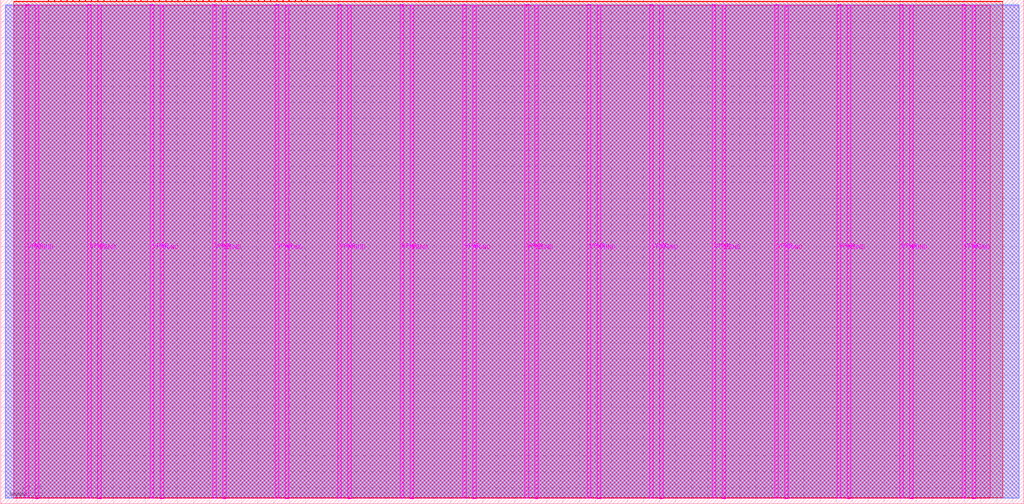
<source format=lef>
VERSION 5.7 ;
  NOWIREEXTENSIONATPIN ON ;
  DIVIDERCHAR "/" ;
  BUSBITCHARS "[]" ;
MACRO tt_um_ECM24_serv_soc_top
  CLASS BLOCK ;
  FOREIGN tt_um_ECM24_serv_soc_top ;
  ORIGIN 0.000 0.000 ;
  SIZE 636.960 BY 313.740 ;
  PIN VGND
    DIRECTION INOUT ;
    USE GROUND ;
    PORT
      LAYER TopMetal1 ;
        RECT 21.580 3.150 23.780 310.180 ;
    END
    PORT
      LAYER TopMetal1 ;
        RECT 60.450 3.150 62.650 310.180 ;
    END
    PORT
      LAYER TopMetal1 ;
        RECT 99.320 3.150 101.520 310.180 ;
    END
    PORT
      LAYER TopMetal1 ;
        RECT 138.190 3.150 140.390 310.180 ;
    END
    PORT
      LAYER TopMetal1 ;
        RECT 177.060 3.150 179.260 310.180 ;
    END
    PORT
      LAYER TopMetal1 ;
        RECT 215.930 3.150 218.130 310.180 ;
    END
    PORT
      LAYER TopMetal1 ;
        RECT 254.800 3.150 257.000 310.180 ;
    END
    PORT
      LAYER TopMetal1 ;
        RECT 293.670 3.150 295.870 310.180 ;
    END
    PORT
      LAYER TopMetal1 ;
        RECT 332.540 3.150 334.740 310.180 ;
    END
    PORT
      LAYER TopMetal1 ;
        RECT 371.410 3.150 373.610 310.180 ;
    END
    PORT
      LAYER TopMetal1 ;
        RECT 410.280 3.150 412.480 310.180 ;
    END
    PORT
      LAYER TopMetal1 ;
        RECT 449.150 3.150 451.350 310.180 ;
    END
    PORT
      LAYER TopMetal1 ;
        RECT 488.020 3.150 490.220 310.180 ;
    END
    PORT
      LAYER TopMetal1 ;
        RECT 526.890 3.150 529.090 310.180 ;
    END
    PORT
      LAYER TopMetal1 ;
        RECT 565.760 3.150 567.960 310.180 ;
    END
    PORT
      LAYER TopMetal1 ;
        RECT 604.630 3.150 606.830 310.180 ;
    END
  END VGND
  PIN VPWR
    DIRECTION INOUT ;
    USE POWER ;
    PORT
      LAYER TopMetal1 ;
        RECT 15.380 3.560 17.580 310.590 ;
    END
    PORT
      LAYER TopMetal1 ;
        RECT 54.250 3.560 56.450 310.590 ;
    END
    PORT
      LAYER TopMetal1 ;
        RECT 93.120 3.560 95.320 310.590 ;
    END
    PORT
      LAYER TopMetal1 ;
        RECT 131.990 3.560 134.190 310.590 ;
    END
    PORT
      LAYER TopMetal1 ;
        RECT 170.860 3.560 173.060 310.590 ;
    END
    PORT
      LAYER TopMetal1 ;
        RECT 209.730 3.560 211.930 310.590 ;
    END
    PORT
      LAYER TopMetal1 ;
        RECT 248.600 3.560 250.800 310.590 ;
    END
    PORT
      LAYER TopMetal1 ;
        RECT 287.470 3.560 289.670 310.590 ;
    END
    PORT
      LAYER TopMetal1 ;
        RECT 326.340 3.560 328.540 310.590 ;
    END
    PORT
      LAYER TopMetal1 ;
        RECT 365.210 3.560 367.410 310.590 ;
    END
    PORT
      LAYER TopMetal1 ;
        RECT 404.080 3.560 406.280 310.590 ;
    END
    PORT
      LAYER TopMetal1 ;
        RECT 442.950 3.560 445.150 310.590 ;
    END
    PORT
      LAYER TopMetal1 ;
        RECT 481.820 3.560 484.020 310.590 ;
    END
    PORT
      LAYER TopMetal1 ;
        RECT 520.690 3.560 522.890 310.590 ;
    END
    PORT
      LAYER TopMetal1 ;
        RECT 559.560 3.560 561.760 310.590 ;
    END
    PORT
      LAYER TopMetal1 ;
        RECT 598.430 3.560 600.630 310.590 ;
    END
  END VPWR
  PIN clk
    DIRECTION INPUT ;
    USE SIGNAL ;
    ANTENNAGATEAREA 1.450800 ;
    PORT
      LAYER Metal4 ;
        RECT 187.050 312.740 187.350 313.740 ;
    END
  END clk
  PIN ena
    DIRECTION INPUT ;
    USE SIGNAL ;
    PORT
      LAYER Metal4 ;
        RECT 190.890 312.740 191.190 313.740 ;
    END
  END ena
  PIN rst_n
    DIRECTION INPUT ;
    USE SIGNAL ;
    ANTENNAGATEAREA 0.213200 ;
    PORT
      LAYER Metal4 ;
        RECT 183.210 312.740 183.510 313.740 ;
    END
  END rst_n
  PIN ui_in[0]
    DIRECTION INPUT ;
    USE SIGNAL ;
    PORT
      LAYER Metal4 ;
        RECT 179.370 312.740 179.670 313.740 ;
    END
  END ui_in[0]
  PIN ui_in[1]
    DIRECTION INPUT ;
    USE SIGNAL ;
    PORT
      LAYER Metal4 ;
        RECT 175.530 312.740 175.830 313.740 ;
    END
  END ui_in[1]
  PIN ui_in[2]
    DIRECTION INPUT ;
    USE SIGNAL ;
    PORT
      LAYER Metal4 ;
        RECT 171.690 312.740 171.990 313.740 ;
    END
  END ui_in[2]
  PIN ui_in[3]
    DIRECTION INPUT ;
    USE SIGNAL ;
    PORT
      LAYER Metal4 ;
        RECT 167.850 312.740 168.150 313.740 ;
    END
  END ui_in[3]
  PIN ui_in[4]
    DIRECTION INPUT ;
    USE SIGNAL ;
    ANTENNAGATEAREA 0.180700 ;
    PORT
      LAYER Metal4 ;
        RECT 164.010 312.740 164.310 313.740 ;
    END
  END ui_in[4]
  PIN ui_in[5]
    DIRECTION INPUT ;
    USE SIGNAL ;
    ANTENNAGATEAREA 0.180700 ;
    PORT
      LAYER Metal4 ;
        RECT 160.170 312.740 160.470 313.740 ;
    END
  END ui_in[5]
  PIN ui_in[6]
    DIRECTION INPUT ;
    USE SIGNAL ;
    ANTENNAGATEAREA 0.180700 ;
    PORT
      LAYER Metal4 ;
        RECT 156.330 312.740 156.630 313.740 ;
    END
  END ui_in[6]
  PIN ui_in[7]
    DIRECTION INPUT ;
    USE SIGNAL ;
    ANTENNAGATEAREA 0.180700 ;
    PORT
      LAYER Metal4 ;
        RECT 152.490 312.740 152.790 313.740 ;
    END
  END ui_in[7]
  PIN uio_in[0]
    DIRECTION INPUT ;
    USE SIGNAL ;
    PORT
      LAYER Metal4 ;
        RECT 148.650 312.740 148.950 313.740 ;
    END
  END uio_in[0]
  PIN uio_in[1]
    DIRECTION INPUT ;
    USE SIGNAL ;
    PORT
      LAYER Metal4 ;
        RECT 144.810 312.740 145.110 313.740 ;
    END
  END uio_in[1]
  PIN uio_in[2]
    DIRECTION INPUT ;
    USE SIGNAL ;
    ANTENNAGATEAREA 0.180700 ;
    PORT
      LAYER Metal4 ;
        RECT 140.970 312.740 141.270 313.740 ;
    END
  END uio_in[2]
  PIN uio_in[3]
    DIRECTION INPUT ;
    USE SIGNAL ;
    PORT
      LAYER Metal4 ;
        RECT 137.130 312.740 137.430 313.740 ;
    END
  END uio_in[3]
  PIN uio_in[4]
    DIRECTION INPUT ;
    USE SIGNAL ;
    PORT
      LAYER Metal4 ;
        RECT 133.290 312.740 133.590 313.740 ;
    END
  END uio_in[4]
  PIN uio_in[5]
    DIRECTION INPUT ;
    USE SIGNAL ;
    PORT
      LAYER Metal4 ;
        RECT 129.450 312.740 129.750 313.740 ;
    END
  END uio_in[5]
  PIN uio_in[6]
    DIRECTION INPUT ;
    USE SIGNAL ;
    PORT
      LAYER Metal4 ;
        RECT 125.610 312.740 125.910 313.740 ;
    END
  END uio_in[6]
  PIN uio_in[7]
    DIRECTION INPUT ;
    USE SIGNAL ;
    PORT
      LAYER Metal4 ;
        RECT 121.770 312.740 122.070 313.740 ;
    END
  END uio_in[7]
  PIN uio_oe[0]
    DIRECTION OUTPUT ;
    USE SIGNAL ;
    ANTENNADIFFAREA 0.392700 ;
    PORT
      LAYER Metal4 ;
        RECT 56.490 312.740 56.790 313.740 ;
    END
  END uio_oe[0]
  PIN uio_oe[1]
    DIRECTION OUTPUT ;
    USE SIGNAL ;
    ANTENNADIFFAREA 0.392700 ;
    PORT
      LAYER Metal4 ;
        RECT 52.650 312.740 52.950 313.740 ;
    END
  END uio_oe[1]
  PIN uio_oe[2]
    DIRECTION OUTPUT ;
    USE SIGNAL ;
    ANTENNADIFFAREA 0.299200 ;
    PORT
      LAYER Metal4 ;
        RECT 48.810 312.740 49.110 313.740 ;
    END
  END uio_oe[2]
  PIN uio_oe[3]
    DIRECTION OUTPUT ;
    USE SIGNAL ;
    ANTENNADIFFAREA 0.392700 ;
    PORT
      LAYER Metal4 ;
        RECT 44.970 312.740 45.270 313.740 ;
    END
  END uio_oe[3]
  PIN uio_oe[4]
    DIRECTION OUTPUT ;
    USE SIGNAL ;
    ANTENNADIFFAREA 0.392700 ;
    PORT
      LAYER Metal4 ;
        RECT 41.130 312.740 41.430 313.740 ;
    END
  END uio_oe[4]
  PIN uio_oe[5]
    DIRECTION OUTPUT ;
    USE SIGNAL ;
    ANTENNADIFFAREA 0.392700 ;
    PORT
      LAYER Metal4 ;
        RECT 37.290 312.740 37.590 313.740 ;
    END
  END uio_oe[5]
  PIN uio_oe[6]
    DIRECTION OUTPUT ;
    USE SIGNAL ;
    ANTENNADIFFAREA 0.299200 ;
    PORT
      LAYER Metal4 ;
        RECT 33.450 312.740 33.750 313.740 ;
    END
  END uio_oe[6]
  PIN uio_oe[7]
    DIRECTION OUTPUT ;
    USE SIGNAL ;
    ANTENNADIFFAREA 0.299200 ;
    PORT
      LAYER Metal4 ;
        RECT 29.610 312.740 29.910 313.740 ;
    END
  END uio_oe[7]
  PIN uio_out[0]
    DIRECTION OUTPUT ;
    USE SIGNAL ;
    ANTENNADIFFAREA 0.708600 ;
    PORT
      LAYER Metal4 ;
        RECT 87.210 312.740 87.510 313.740 ;
    END
  END uio_out[0]
  PIN uio_out[1]
    DIRECTION OUTPUT ;
    USE SIGNAL ;
    ANTENNADIFFAREA 0.708600 ;
    PORT
      LAYER Metal4 ;
        RECT 83.370 312.740 83.670 313.740 ;
    END
  END uio_out[1]
  PIN uio_out[2]
    DIRECTION OUTPUT ;
    USE SIGNAL ;
    ANTENNADIFFAREA 0.299200 ;
    PORT
      LAYER Metal4 ;
        RECT 79.530 312.740 79.830 313.740 ;
    END
  END uio_out[2]
  PIN uio_out[3]
    DIRECTION OUTPUT ;
    USE SIGNAL ;
    ANTENNADIFFAREA 0.708600 ;
    PORT
      LAYER Metal4 ;
        RECT 75.690 312.740 75.990 313.740 ;
    END
  END uio_out[3]
  PIN uio_out[4]
    DIRECTION OUTPUT ;
    USE SIGNAL ;
    ANTENNADIFFAREA 0.392700 ;
    PORT
      LAYER Metal4 ;
        RECT 71.850 312.740 72.150 313.740 ;
    END
  END uio_out[4]
  PIN uio_out[5]
    DIRECTION OUTPUT ;
    USE SIGNAL ;
    ANTENNADIFFAREA 0.299200 ;
    PORT
      LAYER Metal4 ;
        RECT 68.010 312.740 68.310 313.740 ;
    END
  END uio_out[5]
  PIN uio_out[6]
    DIRECTION OUTPUT ;
    USE SIGNAL ;
    ANTENNADIFFAREA 0.299200 ;
    PORT
      LAYER Metal4 ;
        RECT 64.170 312.740 64.470 313.740 ;
    END
  END uio_out[6]
  PIN uio_out[7]
    DIRECTION OUTPUT ;
    USE SIGNAL ;
    ANTENNADIFFAREA 0.299200 ;
    PORT
      LAYER Metal4 ;
        RECT 60.330 312.740 60.630 313.740 ;
    END
  END uio_out[7]
  PIN uo_out[0]
    DIRECTION OUTPUT ;
    USE SIGNAL ;
    ANTENNADIFFAREA 0.299200 ;
    PORT
      LAYER Metal4 ;
        RECT 117.930 312.740 118.230 313.740 ;
    END
  END uo_out[0]
  PIN uo_out[1]
    DIRECTION OUTPUT ;
    USE SIGNAL ;
    ANTENNADIFFAREA 0.299200 ;
    PORT
      LAYER Metal4 ;
        RECT 114.090 312.740 114.390 313.740 ;
    END
  END uo_out[1]
  PIN uo_out[2]
    DIRECTION OUTPUT ;
    USE SIGNAL ;
    ANTENNADIFFAREA 0.299200 ;
    PORT
      LAYER Metal4 ;
        RECT 110.250 312.740 110.550 313.740 ;
    END
  END uo_out[2]
  PIN uo_out[3]
    DIRECTION OUTPUT ;
    USE SIGNAL ;
    ANTENNADIFFAREA 0.299200 ;
    PORT
      LAYER Metal4 ;
        RECT 106.410 312.740 106.710 313.740 ;
    END
  END uo_out[3]
  PIN uo_out[4]
    DIRECTION OUTPUT ;
    USE SIGNAL ;
    ANTENNAGATEAREA 0.109200 ;
    ANTENNADIFFAREA 0.632400 ;
    PORT
      LAYER Metal4 ;
        RECT 102.570 312.740 102.870 313.740 ;
    END
  END uo_out[4]
  PIN uo_out[5]
    DIRECTION OUTPUT ;
    USE SIGNAL ;
    ANTENNAGATEAREA 0.109200 ;
    ANTENNADIFFAREA 0.632400 ;
    PORT
      LAYER Metal4 ;
        RECT 98.730 312.740 99.030 313.740 ;
    END
  END uo_out[5]
  PIN uo_out[6]
    DIRECTION OUTPUT ;
    USE SIGNAL ;
    ANTENNAGATEAREA 0.109200 ;
    ANTENNADIFFAREA 0.632400 ;
    PORT
      LAYER Metal4 ;
        RECT 94.890 312.740 95.190 313.740 ;
    END
  END uo_out[6]
  PIN uo_out[7]
    DIRECTION OUTPUT ;
    USE SIGNAL ;
    ANTENNAGATEAREA 0.109200 ;
    ANTENNADIFFAREA 0.632400 ;
    PORT
      LAYER Metal4 ;
        RECT 91.050 312.740 91.350 313.740 ;
    END
  END uo_out[7]
  OBS
      LAYER GatPoly ;
        RECT 2.880 3.630 634.080 310.110 ;
      LAYER Metal1 ;
        RECT 2.880 3.560 634.080 310.180 ;
      LAYER Metal2 ;
        RECT 3.255 3.635 633.705 310.945 ;
      LAYER Metal3 ;
        RECT 3.215 3.680 633.745 310.905 ;
      LAYER Metal4 ;
        RECT 8.055 312.530 29.400 312.740 ;
        RECT 30.120 312.530 33.240 312.740 ;
        RECT 33.960 312.530 37.080 312.740 ;
        RECT 37.800 312.530 40.920 312.740 ;
        RECT 41.640 312.530 44.760 312.740 ;
        RECT 45.480 312.530 48.600 312.740 ;
        RECT 49.320 312.530 52.440 312.740 ;
        RECT 53.160 312.530 56.280 312.740 ;
        RECT 57.000 312.530 60.120 312.740 ;
        RECT 60.840 312.530 63.960 312.740 ;
        RECT 64.680 312.530 67.800 312.740 ;
        RECT 68.520 312.530 71.640 312.740 ;
        RECT 72.360 312.530 75.480 312.740 ;
        RECT 76.200 312.530 79.320 312.740 ;
        RECT 80.040 312.530 83.160 312.740 ;
        RECT 83.880 312.530 87.000 312.740 ;
        RECT 87.720 312.530 90.840 312.740 ;
        RECT 91.560 312.530 94.680 312.740 ;
        RECT 95.400 312.530 98.520 312.740 ;
        RECT 99.240 312.530 102.360 312.740 ;
        RECT 103.080 312.530 106.200 312.740 ;
        RECT 106.920 312.530 110.040 312.740 ;
        RECT 110.760 312.530 113.880 312.740 ;
        RECT 114.600 312.530 117.720 312.740 ;
        RECT 118.440 312.530 121.560 312.740 ;
        RECT 122.280 312.530 125.400 312.740 ;
        RECT 126.120 312.530 129.240 312.740 ;
        RECT 129.960 312.530 133.080 312.740 ;
        RECT 133.800 312.530 136.920 312.740 ;
        RECT 137.640 312.530 140.760 312.740 ;
        RECT 141.480 312.530 144.600 312.740 ;
        RECT 145.320 312.530 148.440 312.740 ;
        RECT 149.160 312.530 152.280 312.740 ;
        RECT 153.000 312.530 156.120 312.740 ;
        RECT 156.840 312.530 159.960 312.740 ;
        RECT 160.680 312.530 163.800 312.740 ;
        RECT 164.520 312.530 167.640 312.740 ;
        RECT 168.360 312.530 171.480 312.740 ;
        RECT 172.200 312.530 175.320 312.740 ;
        RECT 176.040 312.530 179.160 312.740 ;
        RECT 179.880 312.530 183.000 312.740 ;
        RECT 183.720 312.530 186.840 312.740 ;
        RECT 187.560 312.530 190.680 312.740 ;
        RECT 191.400 312.530 623.620 312.740 ;
        RECT 8.055 3.635 623.620 312.530 ;
      LAYER Metal5 ;
        RECT 8.015 3.470 615.985 310.270 ;
  END
END tt_um_ECM24_serv_soc_top
END LIBRARY


</source>
